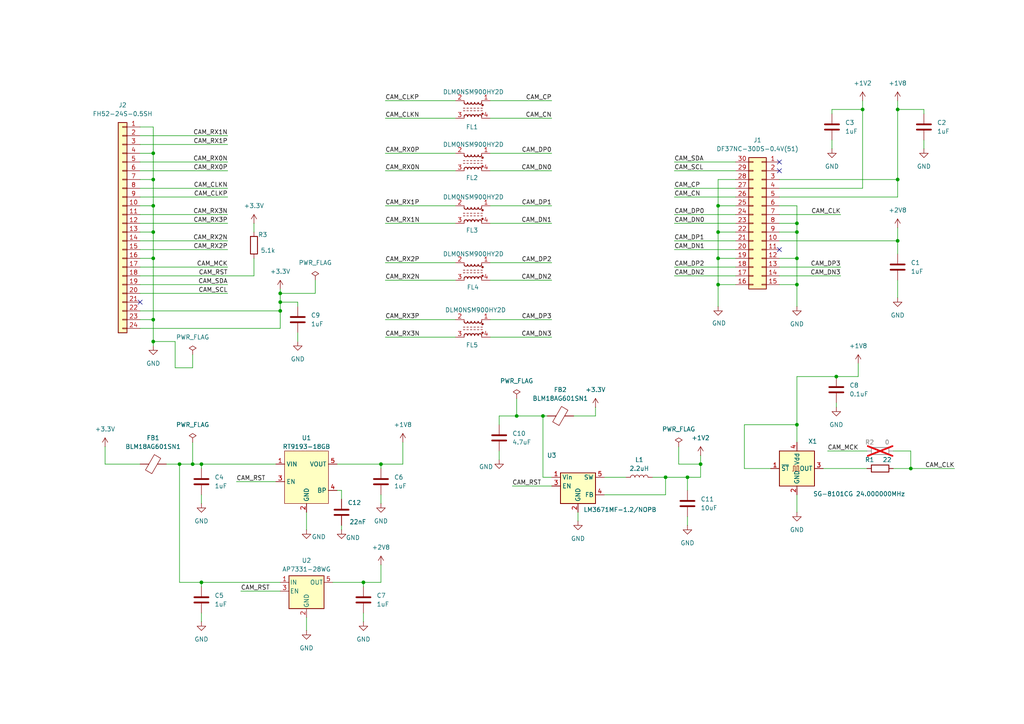
<source format=kicad_sch>
(kicad_sch (version 20250114) (generator "eeschema") (generator_version "9.0")
  (paper "A4")
  (lib_symbols
    (symbol "Connector_Generic:Conn_01x24" (pin_names (offset 1.016) (hide yes))
      (property "Reference" "J" (at 0 30.48 0))
      (property "Value" "Conn_01x24" (at 0 -33.02 0))
      (symbol "Conn_01x24_1_1"
        (rectangle (start -1.27 29.21) (end 1.27 -31.75) (stroke (width 0.254)) (fill (type background)))
        (rectangle (start -1.27 28.067) (end 0 27.813) (stroke (width 0.1524)))
        (rectangle (start -1.27 25.527) (end 0 25.273) (stroke (width 0.1524)))
        (rectangle (start -1.27 22.987) (end 0 22.733) (stroke (width 0.1524)))
        (rectangle (start -1.27 20.447) (end 0 20.193) (stroke (width 0.1524)))
        (rectangle (start -1.27 17.907) (end 0 17.653) (stroke (width 0.1524)))
        (rectangle (start -1.27 15.367) (end 0 15.113) (stroke (width 0.1524)))
        (rectangle (start -1.27 12.827) (end 0 12.573) (stroke (width 0.1524)))
        (rectangle (start -1.27 10.287) (end 0 10.033) (stroke (width 0.1524)))
        (rectangle (start -1.27 7.747) (end 0 7.493) (stroke (width 0.1524)))
        (rectangle (start -1.27 5.207) (end 0 4.953) (stroke (width 0.1524)))
        (rectangle (start -1.27 2.667) (end 0 2.413) (stroke (width 0.1524)))
        (rectangle (start -1.27 0.127) (end 0 -0.127) (stroke (width 0.1524)))
        (rectangle (start -1.27 -2.413) (end 0 -2.667) (stroke (width 0.1524)))
        (rectangle (start -1.27 -4.953) (end 0 -5.207) (stroke (width 0.1524)))
        (rectangle (start -1.27 -7.493) (end 0 -7.747) (stroke (width 0.1524)))
        (rectangle (start -1.27 -10.033) (end 0 -10.287) (stroke (width 0.1524)))
        (rectangle (start -1.27 -12.573) (end 0 -12.827) (stroke (width 0.1524)))
        (rectangle (start -1.27 -15.113) (end 0 -15.367) (stroke (width 0.1524)))
        (rectangle (start -1.27 -17.653) (end 0 -17.907) (stroke (width 0.1524)))
        (rectangle (start -1.27 -20.193) (end 0 -20.447) (stroke (width 0.1524)))
        (rectangle (start -1.27 -22.733) (end 0 -22.987) (stroke (width 0.1524)))
        (rectangle (start -1.27 -25.273) (end 0 -25.527) (stroke (width 0.1524)))
        (rectangle (start -1.27 -27.813) (end 0 -28.067) (stroke (width 0.1524)))
        (rectangle (start -1.27 -30.353) (end 0 -30.607) (stroke (width 0.1524)))
        (pin passive line (at -5.08 27.94 0) (length 3.81) (name "Pin_1") (number "1"))
        (pin passive line (at -5.08 25.4 0) (length 3.81) (name "Pin_2") (number "2"))
        (pin passive line (at -5.08 22.86 0) (length 3.81) (name "Pin_3") (number "3"))
        (pin passive line (at -5.08 20.32 0) (length 3.81) (name "Pin_4") (number "4"))
        (pin passive line (at -5.08 17.78 0) (length 3.81) (name "Pin_5") (number "5"))
        (pin passive line (at -5.08 15.24 0) (length 3.81) (name "Pin_6") (number "6"))
        (pin passive line (at -5.08 12.7 0) (length 3.81) (name "Pin_7") (number "7"))
        (pin passive line (at -5.08 10.16 0) (length 3.81) (name "Pin_8") (number "8"))
        (pin passive line (at -5.08 7.62 0) (length 3.81) (name "Pin_9") (number "9"))
        (pin passive line (at -5.08 5.08 0) (length 3.81) (name "Pin_10") (number "10"))
        (pin passive line (at -5.08 2.54 0) (length 3.81) (name "Pin_11") (number "11"))
        (pin passive line (at -5.08 0 0) (length 3.81) (name "Pin_12") (number "12"))
        (pin passive line (at -5.08 -2.54 0) (length 3.81) (name "Pin_13") (number "13"))
        (pin passive line (at -5.08 -5.08 0) (length 3.81) (name "Pin_14") (number "14"))
        (pin passive line (at -5.08 -7.62 0) (length 3.81) (name "Pin_15") (number "15"))
        (pin passive line (at -5.08 -10.16 0) (length 3.81) (name "Pin_16") (number "16"))
        (pin passive line (at -5.08 -12.7 0) (length 3.81) (name "Pin_17") (number "17"))
        (pin passive line (at -5.08 -15.24 0) (length 3.81) (name "Pin_18") (number "18"))
        (pin passive line (at -5.08 -17.78 0) (length 3.81) (name "Pin_19") (number "19"))
        (pin passive line (at -5.08 -20.32 0) (length 3.81) (name "Pin_20") (number "20"))
        (pin passive line (at -5.08 -22.86 0) (length 3.81) (name "Pin_21") (number "21"))
        (pin passive line (at -5.08 -25.4 0) (length 3.81) (name "Pin_22") (number "22"))
        (pin passive line (at -5.08 -27.94 0) (length 3.81) (name "Pin_23") (number "23"))
        (pin passive line (at -5.08 -30.48 0) (length 3.81) (name "Pin_24") (number "24"))
      )
    )
    (symbol "Connector_Generic:Conn_02x15_Counter_Clockwise" (pin_names (offset 1.016) (hide yes))
      (property "Reference" "J" (at 1.27 20.32 0))
      (property "Value" "Conn_02x15_Counter_Clockwise" (at 1.27 -20.32 0))
      (symbol "Conn_02x15_Counter_Clockwise_1_1"
        (rectangle (start -1.27 19.05) (end 3.81 -19.05) (stroke (width 0.254)) (fill (type background)))
        (rectangle (start -1.27 17.907) (end 0 17.653) (stroke (width 0.1524)))
        (rectangle (start -1.27 15.367) (end 0 15.113) (stroke (width 0.1524)))
        (rectangle (start -1.27 12.827) (end 0 12.573) (stroke (width 0.1524)))
        (rectangle (start -1.27 10.287) (end 0 10.033) (stroke (width 0.1524)))
        (rectangle (start -1.27 7.747) (end 0 7.493) (stroke (width 0.1524)))
        (rectangle (start -1.27 5.207) (end 0 4.953) (stroke (width 0.1524)))
        (rectangle (start -1.27 2.667) (end 0 2.413) (stroke (width 0.1524)))
        (rectangle (start -1.27 0.127) (end 0 -0.127) (stroke (width 0.1524)))
        (rectangle (start -1.27 -2.413) (end 0 -2.667) (stroke (width 0.1524)))
        (rectangle (start -1.27 -4.953) (end 0 -5.207) (stroke (width 0.1524)))
        (rectangle (start -1.27 -7.493) (end 0 -7.747) (stroke (width 0.1524)))
        (rectangle (start -1.27 -10.033) (end 0 -10.287) (stroke (width 0.1524)))
        (rectangle (start -1.27 -12.573) (end 0 -12.827) (stroke (width 0.1524)))
        (rectangle (start -1.27 -15.113) (end 0 -15.367) (stroke (width 0.1524)))
        (rectangle (start -1.27 -17.653) (end 0 -17.907) (stroke (width 0.1524)))
        (rectangle (start 3.81 17.907) (end 2.54 17.653) (stroke (width 0.1524)))
        (rectangle (start 3.81 15.367) (end 2.54 15.113) (stroke (width 0.1524)))
        (rectangle (start 3.81 12.827) (end 2.54 12.573) (stroke (width 0.1524)))
        (rectangle (start 3.81 10.287) (end 2.54 10.033) (stroke (width 0.1524)))
        (rectangle (start 3.81 7.747) (end 2.54 7.493) (stroke (width 0.1524)))
        (rectangle (start 3.81 5.207) (end 2.54 4.953) (stroke (width 0.1524)))
        (rectangle (start 3.81 2.667) (end 2.54 2.413) (stroke (width 0.1524)))
        (rectangle (start 3.81 0.127) (end 2.54 -0.127) (stroke (width 0.1524)))
        (rectangle (start 3.81 -2.413) (end 2.54 -2.667) (stroke (width 0.1524)))
        (rectangle (start 3.81 -4.953) (end 2.54 -5.207) (stroke (width 0.1524)))
        (rectangle (start 3.81 -7.493) (end 2.54 -7.747) (stroke (width 0.1524)))
        (rectangle (start 3.81 -10.033) (end 2.54 -10.287) (stroke (width 0.1524)))
        (rectangle (start 3.81 -12.573) (end 2.54 -12.827) (stroke (width 0.1524)))
        (rectangle (start 3.81 -15.113) (end 2.54 -15.367) (stroke (width 0.1524)))
        (rectangle (start 3.81 -17.653) (end 2.54 -17.907) (stroke (width 0.1524)))
        (pin passive line (at -5.08 17.78 0) (length 3.81) (name "Pin_1") (number "1"))
        (pin passive line (at -5.08 15.24 0) (length 3.81) (name "Pin_2") (number "2"))
        (pin passive line (at -5.08 12.7 0) (length 3.81) (name "Pin_3") (number "3"))
        (pin passive line (at -5.08 10.16 0) (length 3.81) (name "Pin_4") (number "4"))
        (pin passive line (at -5.08 7.62 0) (length 3.81) (name "Pin_5") (number "5"))
        (pin passive line (at -5.08 5.08 0) (length 3.81) (name "Pin_6") (number "6"))
        (pin passive line (at -5.08 2.54 0) (length 3.81) (name "Pin_7") (number "7"))
        (pin passive line (at -5.08 0 0) (length 3.81) (name "Pin_8") (number "8"))
        (pin passive line (at -5.08 -2.54 0) (length 3.81) (name "Pin_9") (number "9"))
        (pin passive line (at -5.08 -5.08 0) (length 3.81) (name "Pin_10") (number "10"))
        (pin passive line (at -5.08 -7.62 0) (length 3.81) (name "Pin_11") (number "11"))
        (pin passive line (at -5.08 -10.16 0) (length 3.81) (name "Pin_12") (number "12"))
        (pin passive line (at -5.08 -12.7 0) (length 3.81) (name "Pin_13") (number "13"))
        (pin passive line (at -5.08 -15.24 0) (length 3.81) (name "Pin_14") (number "14"))
        (pin passive line (at -5.08 -17.78 0) (length 3.81) (name "Pin_15") (number "15"))
        (pin passive line (at 7.62 17.78 180) (length 3.81) (name "Pin_30") (number "30"))
        (pin passive line (at 7.62 15.24 180) (length 3.81) (name "Pin_29") (number "29"))
        (pin passive line (at 7.62 12.7 180) (length 3.81) (name "Pin_28") (number "28"))
        (pin passive line (at 7.62 10.16 180) (length 3.81) (name "Pin_27") (number "27"))
        (pin passive line (at 7.62 7.62 180) (length 3.81) (name "Pin_26") (number "26"))
        (pin passive line (at 7.62 5.08 180) (length 3.81) (name "Pin_25") (number "25"))
        (pin passive line (at 7.62 2.54 180) (length 3.81) (name "Pin_24") (number "24"))
        (pin passive line (at 7.62 0 180) (length 3.81) (name "Pin_23") (number "23"))
        (pin passive line (at 7.62 -2.54 180) (length 3.81) (name "Pin_22") (number "22"))
        (pin passive line (at 7.62 -5.08 180) (length 3.81) (name "Pin_21") (number "21"))
        (pin passive line (at 7.62 -7.62 180) (length 3.81) (name "Pin_20") (number "20"))
        (pin passive line (at 7.62 -10.16 180) (length 3.81) (name "Pin_19") (number "19"))
        (pin passive line (at 7.62 -12.7 180) (length 3.81) (name "Pin_18") (number "18"))
        (pin passive line (at 7.62 -15.24 180) (length 3.81) (name "Pin_17") (number "17"))
        (pin passive line (at 7.62 -17.78 180) (length 3.81) (name "Pin_16") (number "16"))
      )
    )
    (symbol "Device:C" (pin_numbers (hide yes)) (pin_names (offset 0.254))
      (property "Reference" "C" (at 0.635 2.54 0))
      (property "Value" "C" (at 0.635 -2.54 0))
      (symbol "C_0_1"
        (polyline (pts (xy -2.032 0.762) (xy 2.032 0.762)) (stroke (width 0.508)))
        (polyline (pts (xy -2.032 -0.762) (xy 2.032 -0.762)) (stroke (width 0.508)))
      )
      (symbol "C_1_1"
        (pin passive line (at 0 3.81 270) (length 2.794) (name "~") (number "1"))
        (pin passive line (at 0 -3.81 90) (length 2.794) (name "~") (number "2"))
      )
    )
    (symbol "Device:FerriteBead" (pin_numbers (hide yes)) (pin_names (offset 0))
      (property "Reference" "FB" (at -3.81 0.635 90))
      (property "Value" "FerriteBead" (at 3.81 0 90))
      (symbol "FerriteBead_0_1"
        (polyline (pts (xy -2.7686 0.4064) (xy -1.7018 2.2606) (xy 2.7686 -0.3048) (xy 1.6764 -2.159) (xy -2.7686 0.4064)))
        (polyline (pts (xy 0 1.27) (xy 0 1.2954)))
        (polyline (pts (xy 0 -1.27) (xy 0 -1.2192)))
      )
      (symbol "FerriteBead_1_1"
        (pin passive line (at 0 3.81 270) (length 2.54) (name "~") (number "1"))
        (pin passive line (at 0 -3.81 90) (length 2.54) (name "~") (number "2"))
      )
    )
    (symbol "Device:L" (pin_numbers (hide yes)) (pin_names (offset 1.016) (hide yes))
      (property "Reference" "L" (at -1.27 0 90))
      (property "Value" "L" (at 1.905 0 90))
      (symbol "L_0_1"
        (arc (start 0 2.54) (mid 0.6323 1.905) (end 0 1.27))
        (arc (start 0 1.27) (mid 0.6323 0.635) (end 0 0))
        (arc (start 0 0) (mid 0.6323 -0.635) (end 0 -1.27))
        (arc (start 0 -1.27) (mid 0.6323 -1.905) (end 0 -2.54))
      )
      (symbol "L_1_1"
        (pin passive line (at 0 3.81 270) (length 1.27) (name "1") (number "1"))
        (pin passive line (at 0 -3.81 90) (length 1.27) (name "2") (number "2"))
      )
    )
    (symbol "Device:R" (pin_numbers (hide yes)) (pin_names (offset 0))
      (property "Reference" "R" (at 2.032 0 90))
      (property "Value" "R" (at 0 0 90))
      (symbol "R_0_1"
        (rectangle (start -1.016 -2.54) (end 1.016 2.54) (stroke (width 0.254)))
      )
      (symbol "R_1_1"
        (pin passive line (at 0 3.81 270) (length 1.27) (name "~") (number "1"))
        (pin passive line (at 0 -3.81 90) (length 1.27) (name "~") (number "2"))
      )
    )
    (symbol "Filter:Choke_CommonMode_FerriteCore_1243" (pin_names (offset 0.254) (hide yes))
      (property "Reference" "FL" (at 0 4.445 0))
      (property "Value" "Choke_CommonMode_FerriteCore_1243" (at 0 -4.445 0))
      (symbol "Choke_CommonMode_FerriteCore_1243_0_1"
        (circle (center -2.794 1.27) (radius 0.254) (fill (type outline)))
        (polyline (pts (xy -2.794 0.381) (xy -2.286 0.381)))
        (polyline (pts (xy -2.794 -0.381) (xy -2.286 -0.381)))
        (circle (center -2.794 -1.27) (radius 0.254) (fill (type outline)))
        (polyline (pts (xy -2.54 2.032) (xy -2.54 2.54)))
        (polyline (pts (xy -2.54 -2.032) (xy -2.54 -2.54)))
        (arc (start -1.524 2.032) (mid -2.032 1.5262) (end -2.54 2.032) (stroke (width 0.254)))
        (arc (start -2.54 -2.032) (mid -2.032 -1.5262) (end -1.524 -2.032) (stroke (width 0.254)))
        (polyline (pts (xy -1.778 0.381) (xy -1.27 0.381)))
        (polyline (pts (xy -1.778 -0.381) (xy -1.27 -0.381)))
        (arc (start -0.508 2.032) (mid -1.016 1.5262) (end -1.524 2.032) (stroke (width 0.254)))
        (arc (start -1.524 -2.032) (mid -1.016 -1.5262) (end -0.508 -2.032) (stroke (width 0.254)))
        (polyline (pts (xy -0.762 0.381) (xy -0.254 0.381)))
        (polyline (pts (xy -0.762 -0.381) (xy -0.254 -0.381)))
        (arc (start 0.508 2.032) (mid 0 1.5262) (end -0.508 2.032) (stroke (width 0.254)))
        (arc (start -0.508 -2.032) (mid 0 -1.5262) (end 0.508 -2.032) (stroke (width 0.254)))
        (polyline (pts (xy 0.254 0.381) (xy 0.762 0.381)))
        (polyline (pts (xy 0.254 -0.381) (xy 0.762 -0.381)))
        (arc (start 1.524 2.032) (mid 1.016 1.5262) (end 0.508 2.032) (stroke (width 0.254)))
        (arc (start 0.508 -2.032) (mid 1.016 -1.5262) (end 1.524 -2.032) (stroke (width 0.254)))
        (polyline (pts (xy 1.27 0.381) (xy 1.778 0.381)))
        (polyline (pts (xy 1.27 -0.381) (xy 1.778 -0.381)))
        (arc (start 2.54 2.032) (mid 2.032 1.5262) (end 1.524 2.032) (stroke (width 0.254)))
        (arc (start 1.524 -2.032) (mid 2.032 -1.5262) (end 2.54 -2.032) (stroke (width 0.254)))
        (polyline (pts (xy 2.286 0.381) (xy 2.794 0.381)))
        (polyline (pts (xy 2.286 -0.381) (xy 2.794 -0.381)))
        (polyline (pts (xy 2.54 2.54) (xy 2.54 2.032)))
        (polyline (pts (xy 2.54 -2.032) (xy 2.54 -2.54)))
      )
      (symbol "Choke_CommonMode_FerriteCore_1243_1_1"
        (pin passive line (at -5.08 2.54 0) (length 2.54) (name "1") (number "1"))
        (pin passive line (at -5.08 -2.54 0) (length 2.54) (name "4") (number "4"))
        (pin passive line (at 5.08 2.54 180) (length 2.54) (name "2") (number "2"))
        (pin passive line (at 5.08 -2.54 180) (length 2.54) (name "3") (number "3"))
      )
    )
    (symbol "Oscillator:SiT8008xx-1x-xxS"
      (property "Reference" "Y" (at 4.064 8.89 0))
      (property "Value" "SiT8008xx-1x-xxS" (at 12.446 6.858 0))
      (symbol "SiT8008xx-1x-xxS_0_1"
        (rectangle (start -5.08 5.08) (end 5.08 -5.08) (stroke (width 0.254)) (fill (type background)))
        (polyline (pts (xy -1.27 -0.762) (xy -1.016 -0.762) (xy -1.016 0.762) (xy -0.508 0.762) (xy -0.508 -0.762) (xy 0 -0.762) (xy 0 0.762) (xy 0.508 0.762) (xy 0.508 -0.762) (xy 0.762 -0.762)))
      )
      (symbol "SiT8008xx-1x-xxS_1_1"
        (pin input line (at -7.62 0 0) (length 2.54) (name "~{ST}") (number "1"))
        (pin power_in line (at 0 7.62 270) (length 2.54) (name "Vdd") (number "4"))
        (pin power_in line (at 0 -7.62 90) (length 2.54) (name "GND") (number "2"))
        (pin output line (at 7.62 0 180) (length 2.54) (name "OUT") (number "3"))
      )
    )
    (symbol "Regulator_Linear:TLV70228_SOT23-5" (pin_names (offset 0.254))
      (property "Reference" "U" (at -3.81 5.715 0))
      (property "Value" "TLV70228_SOT23-5" (at 0 5.715 0))
      (symbol "TLV70228_SOT23-5_0_1"
        (rectangle (start -5.08 4.445) (end 5.08 -5.08) (stroke (width 0.254)) (fill (type background)))
      )
      (symbol "TLV70228_SOT23-5_1_1"
        (pin power_in line (at -7.62 2.54 0) (length 2.54) (name "IN") (number "1"))
        (pin input line (at -7.62 0 0) (length 2.54) (name "EN") (number "3"))
        (pin power_in line (at 0 -7.62 90) (length 2.54) (name "GND") (number "2"))
        (pin no_connect line (at 5.08 0 180) (length 2.54) (hide yes) (name "NC") (number "4"))
        (pin power_out line (at 7.62 2.54 180) (length 2.54) (name "OUT") (number "5"))
      )
    )
    (symbol "Regulator_Switching:LM3670MF"
      (property "Reference" "U" (at -5.08 5.08 0))
      (property "Value" "LM3670MF" (at 0 5.08 0))
      (symbol "LM3670MF_0_1"
        (rectangle (start -5.08 3.81) (end 5.08 -5.08) (stroke (width 0.254)) (fill (type background)))
      )
      (symbol "LM3670MF_1_1"
        (pin power_in line (at -7.62 2.54 0) (length 2.54) (name "Vin") (number "1"))
        (pin input line (at -7.62 0 0) (length 2.54) (name "EN") (number "3"))
        (pin power_in line (at 0 -7.62 90) (length 2.54) (name "GND") (number "2"))
        (pin input line (at 7.62 2.54 180) (length 2.54) (name "SW") (number "5"))
        (pin input line (at 7.62 -2.54 180) (length 2.54) (name "FB") (number "4"))
      )
    )
    (symbol "imx219_mipi24:RT9193"
      (property "Reference" "U" (at -3.81 9.144 0))
      (symbol "RT9193_1_1"
        (rectangle (start -6.35 7.62) (end 6.35 -7.62) (fill (type background)))
        (pin power_in line (at -8.89 3.81 0) (length 2.54) (name "VIN") (number "1"))
        (pin input line (at -8.89 -1.27 0) (length 2.54) (name "EN") (number "3"))
        (pin power_in line (at 0 -10.16 90) (length 2.54) (name "GND") (number "2"))
        (pin power_out line (at 8.89 3.81 180) (length 2.54) (name "VOUT") (number "5"))
        (pin input line (at 8.89 -3.81 180) (length 2.54) (name "BP") (number "4"))
      )
    )
    (symbol "power:+1V2" (power) (pin_numbers (hide yes)) (pin_names (offset 0) (hide yes))
      (property "Value" "+1V2" (at 0 3.556 0))
      (symbol "+1V2_0_1"
        (polyline (pts (xy -0.762 1.27) (xy 0 2.54)))
        (polyline (pts (xy 0 2.54) (xy 0.762 1.27)))
        (polyline (pts (xy 0 0) (xy 0 2.54)))
      )
      (symbol "+1V2_1_1"
        (pin power_in line (at 0 0 90) (length 0) (name "~") (number "1"))
      )
    )
    (symbol "power:+1V8" (power) (pin_numbers (hide yes)) (pin_names (offset 0) (hide yes))
      (property "Value" "+1V8" (at 0 3.556 0))
      (symbol "+1V8_0_1"
        (polyline (pts (xy -0.762 1.27) (xy 0 2.54)))
        (polyline (pts (xy 0 2.54) (xy 0.762 1.27)))
        (polyline (pts (xy 0 0) (xy 0 2.54)))
      )
      (symbol "+1V8_1_1"
        (pin power_in line (at 0 0 90) (length 0) (name "~") (number "1"))
      )
    )
    (symbol "power:+2V8" (power) (pin_numbers (hide yes)) (pin_names (offset 0) (hide yes))
      (property "Value" "+2V8" (at 0 3.556 0))
      (symbol "+2V8_0_1"
        (polyline (pts (xy -0.762 1.27) (xy 0 2.54)))
        (polyline (pts (xy 0 2.54) (xy 0.762 1.27)))
        (polyline (pts (xy 0 0) (xy 0 2.54)))
      )
      (symbol "+2V8_1_1"
        (pin power_in line (at 0 0 90) (length 0) (name "~") (number "1"))
      )
    )
    (symbol "power:+3.3V" (power) (pin_numbers (hide yes)) (pin_names (offset 0) (hide yes))
      (property "Value" "+3.3V" (at 0 3.556 0))
      (symbol "+3.3V_0_1"
        (polyline (pts (xy -0.762 1.27) (xy 0 2.54)))
        (polyline (pts (xy 0 2.54) (xy 0.762 1.27)))
        (polyline (pts (xy 0 0) (xy 0 2.54)))
      )
      (symbol "+3.3V_1_1"
        (pin power_in line (at 0 0 90) (length 0) (name "~") (number "1"))
      )
    )
    (symbol "power:GND" (power) (pin_numbers (hide yes)) (pin_names (offset 0) (hide yes))
      (property "Value" "GND" (at 0 -3.81 0))
      (symbol "GND_0_1"
        (polyline (pts (xy 0 0) (xy 0 -1.27) (xy 1.27 -1.27) (xy 0 -2.54) (xy -1.27 -1.27) (xy 0 -1.27)))
      )
      (symbol "GND_1_1"
        (pin power_in line (at 0 0 270) (length 0) (name "~") (number "1"))
      )
    )
    (symbol "power:PWR_FLAG" (power) (pin_numbers (hide yes)) (pin_names (offset 0) (hide yes))
      (property "Value" "PWR_FLAG" (at 0 3.81 0))
      (symbol "PWR_FLAG_0_0"
        (pin power_out line (at 0 0 90) (length 0) (name "~") (number "1"))
      )
      (symbol "PWR_FLAG_0_1"
        (polyline (pts (xy 0 0) (xy 0 1.27) (xy -1.016 1.905) (xy 0 2.54) (xy 1.016 1.905) (xy 0 1.27)))
      )
    )
  )
  (junction (at 193.04 138.43))
  (junction (at 44.45 59.69))
  (junction (at 44.45 67.31))
  (junction (at 260.35 31.75))
  (junction (at 58.42 134.62))
  (junction (at 260.35 69.85))
  (junction (at 260.35 52.07))
  (junction (at 81.28 90.17))
  (junction (at 231.14 64.77))
  (junction (at 81.28 87.63))
  (junction (at 81.28 85.09))
  (junction (at 231.14 82.55))
  (junction (at 208.28 67.31))
  (junction (at 110.49 134.62))
  (junction (at 52.07 134.62))
  (junction (at 55.88 134.62))
  (junction (at 231.14 123.19))
  (junction (at 208.28 82.55))
  (junction (at 231.14 74.93))
  (junction (at 208.28 74.93))
  (junction (at 105.41 168.91))
  (junction (at 44.45 44.45))
  (junction (at 208.28 59.69))
  (junction (at 242.57 109.22))
  (junction (at 231.14 67.31))
  (junction (at 44.45 52.07))
  (junction (at 203.2 134.62))
  (junction (at 157.48 120.65))
  (junction (at 44.45 92.71))
  (junction (at 250.19 31.75))
  (junction (at 44.45 74.93))
  (junction (at 199.39 138.43))
  (junction (at 44.45 99.06))
  (junction (at 149.86 120.65))
  (junction (at 264.16 135.89))
  (junction (at 58.42 168.91))
  (no_connect (at 226.06 72.39))
  (no_connect (at 40.64 87.63))
  (no_connect (at 226.06 46.99))
  (no_connect (at 226.06 49.53))
  (wire (pts (xy 208.28 74.93) (xy 213.36 74.93)))
  (wire (pts (xy 226.06 74.93) (xy 231.14 74.93)))
  (wire (pts (xy 193.04 138.43) (xy 193.04 143.51)))
  (wire (pts (xy 208.28 59.69) (xy 213.36 59.69)))
  (wire (pts (xy 110.49 143.51) (xy 110.49 146.05)))
  (wire (pts (xy 213.36 52.07) (xy 208.28 52.07)))
  (wire (pts (xy 44.45 36.83) (xy 44.45 44.45)))
  (wire (pts (xy 260.35 69.85) (xy 260.35 66.04)))
  (wire (pts (xy 40.64 67.31) (xy 44.45 67.31)))
  (wire (pts (xy 40.64 46.99) (xy 66.04 46.99)))
  (wire (pts (xy 208.28 67.31) (xy 213.36 67.31)))
  (wire (pts (xy 58.42 135.89) (xy 58.42 134.62)))
  (wire (pts (xy 40.64 36.83) (xy 44.45 36.83)))
  (wire (pts (xy 193.04 138.43) (xy 199.39 138.43)))
  (wire (pts (xy 44.45 99.06) (xy 50.8 99.06)))
  (wire (pts (xy 40.64 134.62) (xy 30.48 134.62)))
  (wire (pts (xy 105.41 170.18) (xy 105.41 168.91)))
  (wire (pts (xy 58.42 143.51) (xy 58.42 146.05)))
  (wire (pts (xy 40.64 62.23) (xy 66.04 62.23)))
  (wire (pts (xy 160.02 76.2) (xy 142.24 76.2)))
  (wire (pts (xy 160.02 97.79) (xy 142.24 97.79)))
  (wire (pts (xy 111.76 44.45) (xy 132.08 44.45)))
  (wire (pts (xy 242.57 116.84) (xy 242.57 118.11)))
  (wire (pts (xy 44.45 99.06) (xy 44.45 100.33)))
  (wire (pts (xy 40.64 41.91) (xy 66.04 41.91)))
  (wire (pts (xy 264.16 130.81) (xy 264.16 135.89)))
  (wire (pts (xy 40.64 44.45) (xy 44.45 44.45)))
  (wire (pts (xy 260.35 52.07) (xy 260.35 31.75)))
  (wire (pts (xy 48.26 134.62) (xy 52.07 134.62)))
  (wire (pts (xy 260.35 57.15) (xy 260.35 52.07)))
  (wire (pts (xy 55.88 128.27) (xy 55.88 134.62)))
  (wire (pts (xy 44.45 67.31) (xy 44.45 74.93)))
  (wire (pts (xy 88.9 148.59) (xy 88.9 153.67)))
  (wire (pts (xy 193.04 138.43) (xy 189.23 138.43)))
  (wire (pts (xy 105.41 177.8) (xy 105.41 180.34)))
  (wire (pts (xy 40.64 54.61) (xy 66.04 54.61)))
  (wire (pts (xy 267.97 40.64) (xy 267.97 43.18)))
  (wire (pts (xy 40.64 59.69) (xy 44.45 59.69)))
  (wire (pts (xy 68.58 139.7) (xy 80.01 139.7)))
  (wire (pts (xy 238.76 135.89) (xy 251.46 135.89)))
  (wire (pts (xy 226.06 67.31) (xy 231.14 67.31)))
  (wire (pts (xy 157.48 120.65) (xy 149.86 120.65)))
  (wire (pts (xy 260.35 31.75) (xy 260.35 29.21)))
  (wire (pts (xy 195.58 77.47) (xy 213.36 77.47)))
  (wire (pts (xy 248.92 105.41) (xy 248.92 109.22)))
  (wire (pts (xy 58.42 168.91) (xy 52.07 168.91)))
  (wire (pts (xy 40.64 72.39) (xy 66.04 72.39)))
  (wire (pts (xy 105.41 168.91) (xy 110.49 168.91)))
  (wire (pts (xy 52.07 168.91) (xy 52.07 134.62)))
  (wire (pts (xy 160.02 29.21) (xy 142.24 29.21)))
  (wire (pts (xy 175.26 143.51) (xy 193.04 143.51)))
  (wire (pts (xy 226.06 52.07) (xy 260.35 52.07)))
  (wire (pts (xy 44.45 74.93) (xy 44.45 92.71)))
  (wire (pts (xy 264.16 135.89) (xy 259.08 135.89)))
  (wire (pts (xy 81.28 168.91) (xy 58.42 168.91)))
  (wire (pts (xy 132.08 76.2) (xy 111.76 76.2)))
  (wire (pts (xy 132.08 81.28) (xy 111.76 81.28)))
  (wire (pts (xy 55.88 134.62) (xy 58.42 134.62)))
  (wire (pts (xy 110.49 163.83) (xy 110.49 168.91)))
  (wire (pts (xy 241.3 40.64) (xy 241.3 43.18)))
  (wire (pts (xy 243.84 80.01) (xy 226.06 80.01)))
  (wire (pts (xy 44.45 92.71) (xy 44.45 99.06)))
  (wire (pts (xy 110.49 134.62) (xy 116.84 134.62)))
  (wire (pts (xy 260.35 31.75) (xy 267.97 31.75)))
  (wire (pts (xy 160.02 138.43) (xy 157.48 138.43)))
  (wire (pts (xy 97.79 142.24) (xy 99.06 142.24)))
  (wire (pts (xy 208.28 82.55) (xy 213.36 82.55)))
  (wire (pts (xy 226.06 59.69) (xy 231.14 59.69)))
  (wire (pts (xy 40.64 69.85) (xy 66.04 69.85)))
  (wire (pts (xy 195.58 57.15) (xy 213.36 57.15)))
  (wire (pts (xy 243.84 62.23) (xy 226.06 62.23)))
  (wire (pts (xy 231.14 59.69) (xy 231.14 64.77)))
  (wire (pts (xy 50.8 106.68) (xy 50.8 99.06)))
  (wire (pts (xy 199.39 149.86) (xy 199.39 152.4)))
  (wire (pts (xy 44.45 59.69) (xy 44.45 67.31)))
  (wire (pts (xy 199.39 138.43) (xy 199.39 142.24)))
  (wire (pts (xy 250.19 31.75) (xy 250.19 54.61)))
  (wire (pts (xy 40.64 92.71) (xy 44.45 92.71)))
  (wire (pts (xy 166.37 120.65) (xy 172.72 120.65)))
  (wire (pts (xy 81.28 87.63) (xy 81.28 85.09)))
  (wire (pts (xy 58.42 134.62) (xy 80.01 134.62)))
  (wire (pts (xy 44.45 44.45) (xy 44.45 52.07)))
  (wire (pts (xy 195.58 72.39) (xy 213.36 72.39)))
  (wire (pts (xy 55.88 106.68) (xy 50.8 106.68)))
  (wire (pts (xy 208.28 67.31) (xy 208.28 74.93)))
  (wire (pts (xy 132.08 92.71) (xy 111.76 92.71)))
  (wire (pts (xy 40.64 74.93) (xy 44.45 74.93)))
  (wire (pts (xy 203.2 132.08) (xy 203.2 134.62)))
  (wire (pts (xy 160.02 59.69) (xy 142.24 59.69)))
  (wire (pts (xy 215.9 123.19) (xy 231.14 123.19)))
  (wire (pts (xy 267.97 31.75) (xy 267.97 33.02)))
  (wire (pts (xy 40.64 85.09) (xy 66.04 85.09)))
  (wire (pts (xy 69.85 171.45) (xy 81.28 171.45)))
  (wire (pts (xy 260.35 69.85) (xy 260.35 73.66)))
  (wire (pts (xy 203.2 134.62) (xy 203.2 138.43)))
  (wire (pts (xy 231.14 123.19) (xy 231.14 128.27)))
  (wire (pts (xy 157.48 120.65) (xy 158.75 120.65)))
  (wire (pts (xy 226.06 69.85) (xy 260.35 69.85)))
  (wire (pts (xy 91.44 85.09) (xy 91.44 81.28)))
  (wire (pts (xy 160.02 34.29) (xy 142.24 34.29)))
  (wire (pts (xy 208.28 82.55) (xy 208.28 88.9)))
  (wire (pts (xy 81.28 87.63) (xy 86.36 87.63)))
  (wire (pts (xy 208.28 52.07) (xy 208.28 59.69)))
  (wire (pts (xy 148.59 140.97) (xy 160.02 140.97)))
  (wire (pts (xy 86.36 96.52) (xy 86.36 99.06)))
  (wire (pts (xy 55.88 106.68) (xy 55.88 102.87)))
  (wire (pts (xy 259.08 130.81) (xy 264.16 130.81)))
  (wire (pts (xy 81.28 95.25) (xy 81.28 90.17)))
  (wire (pts (xy 172.72 120.65) (xy 172.72 118.11)))
  (wire (pts (xy 40.64 90.17) (xy 81.28 90.17)))
  (wire (pts (xy 241.3 31.75) (xy 250.19 31.75)))
  (wire (pts (xy 40.64 80.01) (xy 73.66 80.01)))
  (wire (pts (xy 203.2 134.62) (xy 196.85 134.62)))
  (wire (pts (xy 40.64 77.47) (xy 66.04 77.47)))
  (wire (pts (xy 231.14 82.55) (xy 231.14 88.9)))
  (wire (pts (xy 97.79 134.62) (xy 110.49 134.62)))
  (wire (pts (xy 251.46 130.81) (xy 240.03 130.81)))
  (wire (pts (xy 242.57 109.22) (xy 248.92 109.22)))
  (wire (pts (xy 167.64 148.59) (xy 167.64 151.13)))
  (wire (pts (xy 73.66 74.93) (xy 73.66 80.01)))
  (wire (pts (xy 195.58 80.01) (xy 213.36 80.01)))
  (wire (pts (xy 81.28 90.17) (xy 81.28 87.63)))
  (wire (pts (xy 195.58 64.77) (xy 213.36 64.77)))
  (wire (pts (xy 241.3 33.02) (xy 241.3 31.75)))
  (wire (pts (xy 231.14 67.31) (xy 231.14 74.93)))
  (wire (pts (xy 40.64 57.15) (xy 66.04 57.15)))
  (wire (pts (xy 243.84 77.47) (xy 226.06 77.47)))
  (wire (pts (xy 195.58 49.53) (xy 213.36 49.53)))
  (wire (pts (xy 40.64 82.55) (xy 66.04 82.55)))
  (wire (pts (xy 208.28 59.69) (xy 208.28 67.31)))
  (wire (pts (xy 226.06 64.77) (xy 231.14 64.77)))
  (wire (pts (xy 88.9 179.07) (xy 88.9 182.88)))
  (wire (pts (xy 160.02 44.45) (xy 142.24 44.45)))
  (wire (pts (xy 40.64 52.07) (xy 44.45 52.07)))
  (wire (pts (xy 226.06 57.15) (xy 260.35 57.15)))
  (wire (pts (xy 132.08 64.77) (xy 111.76 64.77)))
  (wire (pts (xy 195.58 46.99) (xy 213.36 46.99)))
  (wire (pts (xy 116.84 128.27) (xy 116.84 134.62)))
  (wire (pts (xy 208.28 74.93) (xy 208.28 82.55)))
  (wire (pts (xy 215.9 135.89) (xy 215.9 123.19)))
  (wire (pts (xy 44.45 52.07) (xy 44.45 59.69)))
  (wire (pts (xy 195.58 62.23) (xy 213.36 62.23)))
  (wire (pts (xy 226.06 54.61) (xy 250.19 54.61)))
  (wire (pts (xy 160.02 81.28) (xy 142.24 81.28)))
  (wire (pts (xy 144.78 120.65) (xy 144.78 123.19)))
  (wire (pts (xy 40.64 64.77) (xy 66.04 64.77)))
  (wire (pts (xy 157.48 120.65) (xy 157.48 138.43)))
  (wire (pts (xy 132.08 59.69) (xy 111.76 59.69)))
  (wire (pts (xy 260.35 81.28) (xy 260.35 86.36)))
  (wire (pts (xy 52.07 134.62) (xy 55.88 134.62)))
  (wire (pts (xy 196.85 134.62) (xy 196.85 129.54)))
  (wire (pts (xy 40.64 95.25) (xy 81.28 95.25)))
  (wire (pts (xy 144.78 130.81) (xy 144.78 133.35)))
  (wire (pts (xy 160.02 49.53) (xy 142.24 49.53)))
  (wire (pts (xy 58.42 177.8) (xy 58.42 180.34)))
  (wire (pts (xy 195.58 54.61) (xy 213.36 54.61)))
  (wire (pts (xy 58.42 168.91) (xy 58.42 170.18)))
  (wire (pts (xy 132.08 97.79) (xy 111.76 97.79)))
  (wire (pts (xy 231.14 109.22) (xy 231.14 123.19)))
  (wire (pts (xy 226.06 82.55) (xy 231.14 82.55)))
  (wire (pts (xy 132.08 34.29) (xy 111.76 34.29)))
  (wire (pts (xy 96.52 168.91) (xy 105.41 168.91)))
  (wire (pts (xy 250.19 29.21) (xy 250.19 31.75)))
  (wire (pts (xy 231.14 74.93) (xy 231.14 82.55)))
  (wire (pts (xy 132.08 49.53) (xy 111.76 49.53)))
  (wire (pts (xy 132.08 29.21) (xy 111.76 29.21)))
  (wire (pts (xy 40.64 49.53) (xy 66.04 49.53)))
  (wire (pts (xy 81.28 85.09) (xy 81.28 83.82)))
  (wire (pts (xy 195.58 69.85) (xy 213.36 69.85)))
  (wire (pts (xy 30.48 134.62) (xy 30.48 129.54)))
  (wire (pts (xy 99.06 152.4) (xy 99.06 153.67)))
  (wire (pts (xy 86.36 88.9) (xy 86.36 87.63)))
  (wire (pts (xy 231.14 109.22) (xy 242.57 109.22)))
  (wire (pts (xy 149.86 120.65) (xy 144.78 120.65)))
  (wire (pts (xy 40.64 39.37) (xy 66.04 39.37)))
  (wire (pts (xy 110.49 135.89) (xy 110.49 134.62)))
  (wire (pts (xy 149.86 115.57) (xy 149.86 120.65)))
  (wire (pts (xy 160.02 64.77) (xy 142.24 64.77)))
  (wire (pts (xy 73.66 64.77) (xy 73.66 67.31)))
  (wire (pts (xy 199.39 138.43) (xy 203.2 138.43)))
  (wire (pts (xy 81.28 85.09) (xy 91.44 85.09)))
  (wire (pts (xy 231.14 64.77) (xy 231.14 67.31)))
  (wire (pts (xy 99.06 142.24) (xy 99.06 144.78)))
  (wire (pts (xy 276.86 135.89) (xy 264.16 135.89)))
  (wire (pts (xy 175.26 138.43) (xy 181.61 138.43)))
  (wire (pts (xy 231.14 143.51) (xy 231.14 148.59)))
  (wire (pts (xy 223.52 135.89) (xy 215.9 135.89)))
  (wire (pts (xy 160.02 92.71) (xy 142.24 92.71)))
  (label "CAM_CP" (at 195.58 54.61 0))
  (label "CAM_RX1P" (at 66.04 41.91 180))
  (label "CAM_RX3N" (at 66.04 62.23 180))
  (label "CAM_MCK" (at 66.04 77.47 180))
  (label "CAM_RX3N" (at 111.76 97.79 0))
  (label "CAM_RX2P" (at 66.04 72.39 180))
  (label "CAM_SDA" (at 195.58 46.99 0))
  (label "CAM_SDA" (at 66.04 82.55 180))
  (label "CAM_DP2" (at 160.02 76.2 180))
  (label "CAM_RX1N" (at 111.76 64.77 0))
  (label "CAM_RX3P" (at 111.76 92.71 0))
  (label "CAM_DP2" (at 195.58 77.47 0))
  (label "CAM_DP0" (at 195.58 62.23 0))
  (label "CAM_DN2" (at 160.02 81.28 180))
  (label "CAM_RX1N" (at 66.04 39.37 180))
  (label "CAM_DN3" (at 243.84 80.01 180))
  (label "CAM_CLK" (at 276.86 135.89 180))
  (label "CAM_CN" (at 160.02 34.29 180))
  (label "CAM_DN0" (at 160.02 49.53 180))
  (label "CAM_RST" (at 69.85 171.45 0))
  (label "CAM_DN3" (at 160.02 97.79 180))
  (label "CAM_CLK" (at 243.84 62.23 180))
  (label "CAM_DP1" (at 160.02 59.69 180))
  (label "CAM_DP1" (at 195.58 69.85 0))
  (label "CAM_RX0P" (at 66.04 49.53 180))
  (label "CAM_RST" (at 68.58 139.7 0))
  (label "CAM_DN1" (at 160.02 64.77 180))
  (label "CAM_RX1P" (at 111.76 59.69 0))
  (label "CAM_CLKP" (at 66.04 57.15 180))
  (label "CAM_DN2" (at 195.58 80.01 0))
  (label "CAM_CN" (at 195.58 57.15 0))
  (label "CAM_RST" (at 66.04 80.01 180))
  (label "CAM_CLKP" (at 111.76 29.21 0))
  (label "CAM_DN0" (at 195.58 64.77 0))
  (label "CAM_DP3" (at 160.02 92.71 180))
  (label "CAM_CLKN" (at 111.76 34.29 0))
  (label "CAM_CP" (at 160.02 29.21 180))
  (label "CAM_RX0N" (at 111.76 49.53 0))
  (label "CAM_RX2N" (at 111.76 81.28 0))
  (label "CAM_RX0P" (at 111.76 44.45 0))
  (label "CAM_CLKN" (at 66.04 54.61 180))
  (label "CAM_DP0" (at 160.02 44.45 180))
  (label "CAM_MCK" (at 240.03 130.81 0))
  (label "CAM_RX0N" (at 66.04 46.99 180))
  (label "CAM_RST" (at 148.59 140.97 0))
  (label "CAM_RX2P" (at 111.76 76.2 0))
  (label "CAM_SCL" (at 195.58 49.53 0))
  (label "CAM_DN1" (at 195.58 72.39 0))
  (label "CAM_RX2N" (at 66.04 69.85 180))
  (label "CAM_RX3P" (at 66.04 64.77 180))
  (label "CAM_SCL" (at 66.04 85.09 180))
  (label "CAM_DP3" (at 243.84 77.47 180))
  (symbol (lib_id "power:GND") (at 88.9 182.88 0) (unit 1)
    (property "Reference" "#PWR028" (effects (hide yes)))
    (property "Value" "GND" (at 88.9 187.96 0))
    (property "Description" "Power symbol creates a global label with name \"GND\" , ground" (effects (hide yes)))
  )
  (symbol (lib_id "power:+1V8") (at 260.35 29.21 0) (unit 1)
    (property "Reference" "#PWR06" (effects (hide yes)))
    (property "Value" "+1V8" (at 260.35 24.13 0))
    (property "Description" "Power symbol creates a global label with name \"+1V8\"" (effects (hide yes)))
  )
  (symbol (lib_id "Device:L") (at 185.42 138.43 90) (unit 1)
    (property "Reference" "L1" (at 185.42 133.35 90))
    (property "Value" "2.2uH" (at 185.42 135.89 90))
    (property "Footprint" "Inductor_SMD:L_1008_2520Metric" (effects (hide yes)))
    (property "Description" "Inductor" (effects (hide yes)))
    (property "JLC" "C5832372" (effects (hide yes)))
  )
  (symbol (lib_id "power:+3.3V") (at 81.28 83.82 0) (unit 1)
    (property "Reference" "#PWR04" (effects (hide yes)))
    (property "Value" "+3.3V" (at 81.28 78.74 0))
    (property "Description" "Power symbol creates a global label with name \"+3.3V\"" (effects (hide yes)))
  )
  (symbol (lib_id "Device:C") (at 99.06 148.59 0) (unit 1)
    (property "Reference" "C12" (at 100.838 145.796 0) (effects (justify left)))
    (property "Value" "22nF" (at 101.346 151.384 0) (effects (justify left)))
    (property "Footprint" "Capacitor_SMD:C_0402_1005Metric" (effects (hide yes)))
    (property "Description" "Unpolarized capacitor" (effects (hide yes)))
  )
  (symbol (lib_id "Device:C") (at 58.42 139.7 0) (unit 1)
    (property "Reference" "C4" (at 62.23 138.4299 0) (effects (justify left)))
    (property "Value" "1uF" (at 62.23 140.9699 0) (effects (justify left)))
    (property "Footprint" "Capacitor_SMD:C_0402_1005Metric" (effects (hide yes)))
    (property "Description" "Unpolarized capacitor" (effects (hide yes)))
  )
  (symbol (lib_id "Device:C") (at 105.41 173.99 0) (unit 1)
    (property "Reference" "C7" (at 109.22 172.7199 0) (effects (justify left)))
    (property "Value" "1uF" (at 109.22 175.2599 0) (effects (justify left)))
    (property "Footprint" "Capacitor_SMD:C_0402_1005Metric" (effects (hide yes)))
    (property "Description" "Unpolarized capacitor" (effects (hide yes)))
  )
  (symbol (lib_id "power:GND") (at 242.57 118.11 0) (unit 1)
    (property "Reference" "#PWR019" (effects (hide yes)))
    (property "Value" "GND" (at 242.57 123.19 0))
    (property "Description" "Power symbol creates a global label with name \"GND\" , ground" (effects (hide yes)))
  )
  (symbol (lib_id "Filter:Choke_CommonMode_FerriteCore_1243") (at 137.16 95.25 0) (mirror y) (unit 1)
    (property "Reference" "FL5" (at 136.906 100.076 0))
    (property "Value" "DLM0NSM900HY2D" (at 137.922 89.916 0))
    (property "Footprint" "imx219_mipi24:DLM0NSM900HY2D" (effects (hide yes)))
    (property "Description" "Generic common-mode choke, ferrite core, 1243 pin order" (effects (hide yes)))
    (property "JLC" "C1857796" (effects (hide yes)))
  )
  (symbol (lib_id "power:PWR_FLAG") (at 55.88 102.87 0) (unit 1)
    (property "Reference" "#FLG02" (effects (hide yes)))
    (property "Value" "PWR_FLAG" (at 55.88 97.79 0))
    (property "Description" "Special symbol for telling ERC where power comes from" (effects (hide yes)))
  )
  (symbol (lib_id "Device:FerriteBead") (at 162.56 120.65 90) (unit 1)
    (property "Reference" "FB2" (at 162.5092 113.03 90))
    (property "Value" "BLM18AG601SN1" (at 162.5092 115.57 90))
    (property "Footprint" "Inductor_SMD:L_0603_1608Metric" (effects (hide yes)))
    (property "Description" "Ferrite bead" (effects (hide yes)))
    (property "JLC" "C19330" (effects (hide yes)))
  )
  (symbol (lib_id "power:GND") (at 110.49 146.05 0) (unit 1)
    (property "Reference" "#PWR017" (effects (hide yes)))
    (property "Value" "GND" (at 110.49 151.13 0))
    (property "Description" "Power symbol creates a global label with name \"GND\" , ground" (effects (hide yes)))
  )
  (symbol (lib_id "power:GND") (at 58.42 146.05 0) (unit 1)
    (property "Reference" "#PWR014" (effects (hide yes)))
    (property "Value" "GND" (at 58.42 151.13 0))
    (property "Description" "Power symbol creates a global label with name \"GND\" , ground" (effects (hide yes)))
  )
  (symbol (lib_id "Filter:Choke_CommonMode_FerriteCore_1243") (at 137.16 62.23 0) (mirror y) (unit 1)
    (property "Reference" "FL3" (at 136.906 66.802 0))
    (property "Value" "DLM0NSM900HY2D" (at 137.287 57.15 0))
    (property "Footprint" "imx219_mipi24:DLM0NSM900HY2D" (effects (hide yes)))
    (property "Description" "Generic common-mode choke, ferrite core, 1243 pin order" (effects (hide yes)))
    (property "JLC" "C1857796" (effects (hide yes)))
  )
  (symbol (lib_id "Filter:Choke_CommonMode_FerriteCore_1243") (at 137.16 31.75 0) (mirror y) (unit 1)
    (property "Reference" "FL1" (at 136.906 36.83 0))
    (property "Value" "DLM0NSM900HY2D" (at 137.287 26.67 0))
    (property "Footprint" "imx219_mipi24:DLM0NSM900HY2D" (effects (hide yes)))
    (property "Description" "Generic common-mode choke, ferrite core, 1243 pin order" (effects (hide yes)))
    (property "JLC" "C1857796" (effects (hide yes)))
  )
  (symbol (lib_id "Device:C") (at 242.57 113.03 0) (unit 1)
    (property "Reference" "C8" (at 246.38 111.7599 0) (effects (justify left)))
    (property "Value" "0.1uF" (at 246.38 114.2999 0) (effects (justify left)))
    (property "Footprint" "Capacitor_SMD:C_0402_1005Metric" (effects (hide yes)))
    (property "Description" "Unpolarized capacitor" (effects (hide yes)))
  )
  (symbol (lib_id "Regulator_Switching:LM3670MF") (at 167.64 140.97 0) (unit 1)
    (property "Reference" "U3" (at 160.02 132.08 0))
    (property "Value" "LM3671MF-1.2/NOPB" (at 179.832 147.828 0))
    (property "Footprint" "Package_TO_SOT_SMD:TSOT-23-5" (effects (hide yes)))
    (property "Datasheet" "http://www.ti.com/lit/ds/symlink/lm3670.pdf" (effects (hide yes)))
    (property "Description" "Miniature Step-Down DC-DC Converter for Ultralow Voltage Circuits, 2.5V < Vin < 5.5V, adjustable output voltage, SOT-23-5" (effects (hide yes)))
    (property "JLC" "C2650333" (effects (hide yes)))
  )
  (symbol (lib_id "power:GND") (at 144.78 133.35 0) (unit 1)
    (property "Reference" "#PWR024" (effects (hide yes)))
    (property "Value" "GND" (at 140.97 135.382 0))
    (property "Description" "Power symbol creates a global label with name \"GND\" , ground" (effects (hide yes)))
  )
  (symbol (lib_id "power:GND") (at 44.45 100.33 0) (unit 1)
    (property "Reference" "#PWR03" (effects (hide yes)))
    (property "Value" "GND" (at 44.45 105.41 0))
    (property "Description" "Power symbol creates a global label with name \"GND\" , ground" (effects (hide yes)))
  )
  (symbol (lib_id "power:GND") (at 105.41 180.34 0) (unit 1)
    (property "Reference" "#PWR018" (effects (hide yes)))
    (property "Value" "GND" (at 105.41 185.42 0))
    (property "Description" "Power symbol creates a global label with name \"GND\" , ground" (effects (hide yes)))
  )
  (symbol (lib_id "power:PWR_FLAG") (at 149.86 115.57 0) (unit 1)
    (property "Reference" "#FLG06" (effects (hide yes)))
    (property "Value" "PWR_FLAG" (at 149.86 110.49 0))
    (property "Description" "Special symbol for telling ERC where power comes from" (effects (hide yes)))
  )
  (symbol (lib_id "Device:C") (at 260.35 77.47 0) (unit 1)
    (property "Reference" "C1" (at 264.16 76.1999 0) (effects (justify left)))
    (property "Value" "1uF" (at 264.16 78.7399 0) (effects (justify left)))
    (property "Footprint" "Capacitor_SMD:C_0402_1005Metric" (effects (hide yes)))
    (property "Description" "Unpolarized capacitor" (effects (hide yes)))
  )
  (symbol (lib_id "power:GND") (at 86.36 99.06 0) (unit 1)
    (property "Reference" "#PWR022" (effects (hide yes)))
    (property "Value" "GND" (at 86.36 104.14 0))
    (property "Description" "Power symbol creates a global label with name \"GND\" , ground" (effects (hide yes)))
  )
  (symbol (lib_id "power:PWR_FLAG") (at 55.88 128.27 0) (unit 1)
    (property "Reference" "#FLG07" (effects (hide yes)))
    (property "Value" "PWR_FLAG" (at 55.88 123.19 0))
    (property "Description" "Special symbol for telling ERC where power comes from" (effects (hide yes)))
  )
  (symbol (lib_id "power:+3.3V") (at 73.66 64.77 0) (unit 1)
    (property "Reference" "#PWR030" (effects (hide yes)))
    (property "Value" "+3.3V" (at 73.66 59.69 0))
    (property "Description" "Power symbol creates a global label with name \"+3.3V\"" (effects (hide yes)))
  )
  (symbol (lib_id "Connector_Generic:Conn_01x24") (at 35.56 64.77 0) (mirror y) (unit 1)
    (property "Reference" "J2" (at 35.56 30.48 0))
    (property "Value" "FH52-24S-0.5SH" (at 35.56 33.02 0))
    (property "Footprint" "imx219_mipi24:FH52-24S-0.5SH" (effects (hide yes)))
    (property "Description" "Generic connector, single row, 01x24, script generated (kicad-library-utils/schlib/autogen/connector/)" (effects (hide yes)))
    (property "JLC" "C5378714" (effects (hide yes)))
  )
  (symbol (lib_id "Device:C") (at 110.49 139.7 0) (unit 1)
    (property "Reference" "C6" (at 114.3 138.4299 0) (effects (justify left)))
    (property "Value" "1uF" (at 114.3 140.9699 0) (effects (justify left)))
    (property "Footprint" "Capacitor_SMD:C_0402_1005Metric" (effects (hide yes)))
    (property "Description" "Unpolarized capacitor" (effects (hide yes)))
  )
  (symbol (lib_id "power:GND") (at 208.28 88.9 0) (unit 1)
    (property "Reference" "#PWR01" (effects (hide yes)))
    (property "Value" "GND" (at 208.534 93.726 0))
    (property "Description" "Power symbol creates a global label with name \"GND\" , ground" (effects (hide yes)))
  )
  (symbol (lib_id "Device:FerriteBead") (at 44.45 134.62 90) (unit 1)
    (property "Reference" "FB1" (at 44.3992 127 90))
    (property "Value" "BLM18AG601SN1" (at 44.3992 129.54 90))
    (property "Footprint" "Inductor_SMD:L_0603_1608Metric" (effects (hide yes)))
    (property "Description" "Ferrite bead" (effects (hide yes)))
    (property "JLC" "C19330" (effects (hide yes)))
  )
  (symbol (lib_id "Device:C") (at 241.3 36.83 0) (unit 1)
    (property "Reference" "C3" (at 245.11 35.5599 0) (effects (justify left)))
    (property "Value" "1uF" (at 245.11 38.0999 0) (effects (justify left)))
    (property "Footprint" "Capacitor_SMD:C_0402_1005Metric" (effects (hide yes)))
    (property "Description" "Unpolarized capacitor" (effects (hide yes)))
  )
  (symbol (lib_id "Device:C") (at 58.42 173.99 0) (unit 1)
    (property "Reference" "C5" (at 62.23 172.7199 0) (effects (justify left)))
    (property "Value" "1uF" (at 62.23 175.2599 0) (effects (justify left)))
    (property "Footprint" "Capacitor_SMD:C_0402_1005Metric" (effects (hide yes)))
    (property "Description" "Unpolarized capacitor" (effects (hide yes)))
  )
  (symbol (lib_id "Device:C") (at 199.39 146.05 0) (unit 1)
    (property "Reference" "C11" (at 203.2 144.7799 0) (effects (justify left)))
    (property "Value" "10uF" (at 203.2 147.3199 0) (effects (justify left)))
    (property "Footprint" "Capacitor_SMD:C_0603_1608Metric" (effects (hide yes)))
    (property "Description" "Unpolarized capacitor" (effects (hide yes)))
  )
  (symbol (lib_id "power:GND") (at 231.14 148.59 0) (unit 1)
    (property "Reference" "#PWR021" (effects (hide yes)))
    (property "Value" "GND" (at 231.14 153.67 0))
    (property "Description" "Power symbol creates a global label with name \"GND\" , ground" (effects (hide yes)))
  )
  (symbol (lib_id "power:+1V8") (at 116.84 128.27 0) (unit 1)
    (property "Reference" "#PWR015" (effects (hide yes)))
    (property "Value" "+1V8" (at 116.84 123.19 0))
    (property "Description" "Power symbol creates a global label with name \"+1V8\"" (effects (hide yes)))
  )
  (symbol (lib_id "power:GND") (at 88.9 153.67 0) (unit 1)
    (property "Reference" "#PWR011" (effects (hide yes)))
    (property "Value" "GND" (at 92.456 155.702 0))
    (property "Description" "Power symbol creates a global label with name \"GND\" , ground" (effects (hide yes)))
  )
  (symbol (lib_id "power:PWR_FLAG") (at 196.85 129.54 0) (unit 1)
    (property "Reference" "#FLG08" (effects (hide yes)))
    (property "Value" "PWR_FLAG" (at 196.85 124.46 0))
    (property "Description" "Special symbol for telling ERC where power comes from" (effects (hide yes)))
  )
  (symbol (lib_id "power:+1V8") (at 248.92 105.41 0) (unit 1)
    (property "Reference" "#PWR020" (effects (hide yes)))
    (property "Value" "+1V8" (at 248.92 100.33 0))
    (property "Description" "Power symbol creates a global label with name \"+1V8\"" (effects (hide yes)))
  )
  (symbol (lib_id "power:+1V2") (at 203.2 132.08 0) (unit 1)
    (property "Reference" "#PWR026" (effects (hide yes)))
    (property "Value" "+1V2" (at 203.2 127 0))
    (property "Description" "Power symbol creates a global label with name \"+1V2\"" (effects (hide yes)))
  )
  (symbol (lib_id "power:PWR_FLAG") (at 91.44 81.28 0) (unit 1)
    (property "Reference" "#FLG01" (effects (hide yes)))
    (property "Value" "PWR_FLAG" (at 91.44 76.2 0))
    (property "Description" "Special symbol for telling ERC where power comes from" (effects (hide yes)))
  )
  (symbol (lib_id "power:GND") (at 167.64 151.13 0) (unit 1)
    (property "Reference" "#PWR025" (effects (hide yes)))
    (property "Value" "GND" (at 167.64 156.21 0))
    (property "Description" "Power symbol creates a global label with name \"GND\" , ground" (effects (hide yes)))
  )
  (symbol (lib_id "Filter:Choke_CommonMode_FerriteCore_1243") (at 137.16 78.74 0) (mirror y) (unit 1)
    (property "Reference" "FL4" (at 137.16 83.312 0))
    (property "Value" "DLM0NSM900HY2D" (at 137.287 73.66 0))
    (property "Footprint" "imx219_mipi24:DLM0NSM900HY2D" (effects (hide yes)))
    (property "Description" "Generic common-mode choke, ferrite core, 1243 pin order" (effects (hide yes)))
    (property "JLC" "C1857796" (effects (hide yes)))
  )
  (symbol (lib_id "Filter:Choke_CommonMode_FerriteCore_1243") (at 137.16 46.99 0) (mirror y) (unit 1)
    (property "Reference" "FL2" (at 136.906 51.562 0))
    (property "Value" "DLM0NSM900HY2D" (at 137.287 41.91 0))
    (property "Footprint" "imx219_mipi24:DLM0NSM900HY2D" (effects (hide yes)))
    (property "Description" "Generic common-mode choke, ferrite core, 1243 pin order" (effects (hide yes)))
    (property "JLC" "C1857796" (effects (hide yes)))
  )
  (symbol (lib_id "power:GND") (at 58.42 180.34 0) (unit 1)
    (property "Reference" "#PWR013" (effects (hide yes)))
    (property "Value" "GND" (at 58.42 185.42 0))
    (property "Description" "Power symbol creates a global label with name \"GND\" , ground" (effects (hide yes)))
  )
  (symbol (lib_id "Device:C") (at 86.36 92.71 0) (unit 1)
    (property "Reference" "C9" (at 90.17 91.4399 0) (effects (justify left)))
    (property "Value" "1uF" (at 90.17 93.9799 0) (effects (justify left)))
    (property "Footprint" "Capacitor_SMD:C_0402_1005Metric" (effects (hide yes)))
    (property "Description" "Unpolarized capacitor" (effects (hide yes)))
  )
  (symbol (lib_id "power:+1V2") (at 250.19 29.21 0) (unit 1)
    (property "Reference" "#PWR07" (effects (hide yes)))
    (property "Value" "+1V2" (at 250.19 24.13 0))
    (property "Description" "Power symbol creates a global label with name \"+1V2\"" (effects (hide yes)))
  )
  (symbol (lib_id "Device:C") (at 144.78 127 0) (unit 1)
    (property "Reference" "C10" (at 148.59 125.7299 0) (effects (justify left)))
    (property "Value" "4.7uF" (at 148.59 128.2699 0) (effects (justify left)))
    (property "Footprint" "Capacitor_SMD:C_0603_1608Metric" (effects (hide yes)))
    (property "Description" "Unpolarized capacitor" (effects (hide yes)))
  )
  (symbol (lib_id "power:GND") (at 99.06 153.67 0) (unit 1)
    (property "Reference" "#PWR029" (effects (hide yes)))
    (property "Value" "GND" (at 102.362 155.956 0))
    (property "Description" "Power symbol creates a global label with name \"GND\" , ground" (effects (hide yes)))
  )
  (symbol (lib_id "power:GND") (at 267.97 43.18 0) (unit 1)
    (property "Reference" "#PWR09" (effects (hide yes)))
    (property "Value" "GND" (at 267.97 48.26 0))
    (property "Description" "Power symbol creates a global label with name \"GND\" , ground" (effects (hide yes)))
  )
  (symbol (lib_id "power:GND") (at 231.14 88.9 0) (unit 1)
    (property "Reference" "#PWR02" (effects (hide yes)))
    (property "Value" "GND" (at 231.14 93.98 0))
    (property "Description" "Power symbol creates a global label with name \"GND\" , ground" (effects (hide yes)))
  )
  (symbol (lib_id "power:+3.3V") (at 172.72 118.11 0) (unit 1)
    (property "Reference" "#PWR023" (effects (hide yes)))
    (property "Value" "+3.3V" (at 172.72 113.03 0))
    (property "Description" "Power symbol creates a global label with name \"+3.3V\"" (effects (hide yes)))
  )
  (symbol (lib_id "Regulator_Linear:TLV70228_SOT23-5") (at 88.9 171.45 0) (unit 1)
    (property "Reference" "U2" (at 88.9 162.56 0))
    (property "Value" "AP7331-28WG" (at 88.9 165.1 0))
    (property "Footprint" "imx219_mipi24:SOT25" (effects (hide yes)))
    (property "Datasheet" "http://www.ti.com/lit/ds/symlink/tlv702.pdf" (effects (hide yes)))
    (property "Description" "300mA Low Dropout Voltage Regulator, Fixed Output 2.8V, SOT-23-5" (effects (hide yes)))
    (property "JLC" "C460376" (effects (hide yes)))
  )
  (symbol (lib_id "Oscillator:SiT8008xx-1x-xxS") (at 231.14 135.89 0) (unit 1)
    (property "Reference" "X1" (at 235.712 128.016 0))
    (property "Value" "SG-8101CG 24.000000MHz" (at 249.174 143.256 0))
    (property "Footprint" "imx219_mipi24:SG-8101CG" (effects (hide yes)))
    (property "Datasheet" "https://www.sitime.com/support/resource-library/datasheets/sit8008-datasheet" (effects (hide yes)))
    (property "Description" "SiTime Low Power Mems programmable oscillator, 1MHz to 110MHz, PQFN-4, 2.5x2.0mm (with standby pin)" (effects (hide yes)))
    (property "JLC" "C390546" (effects (hide yes)))
  )
  (symbol (lib_id "Device:C") (at 267.97 36.83 0) (unit 1)
    (property "Reference" "C2" (at 271.78 35.5599 0) (effects (justify left)))
    (property "Value" "1uF" (at 271.78 38.0999 0) (effects (justify left)))
    (property "Footprint" "Capacitor_SMD:C_0402_1005Metric" (effects (hide yes)))
    (property "Description" "Unpolarized capacitor" (effects (hide yes)))
  )
  (symbol (lib_id "power:GND") (at 260.35 86.36 0) (unit 1)
    (property "Reference" "#PWR08" (effects (hide yes)))
    (property "Value" "GND" (at 260.35 91.44 0))
    (property "Description" "Power symbol creates a global label with name \"GND\" , ground" (effects (hide yes)))
  )
  (symbol (lib_id "power:+3.3V") (at 30.48 129.54 0) (unit 1)
    (property "Reference" "#PWR012" (effects (hide yes)))
    (property "Value" "+3.3V" (at 30.48 124.46 0))
    (property "Description" "Power symbol creates a global label with name \"+3.3V\"" (effects (hide yes)))
  )
  (symbol (lib_id "power:GND") (at 241.3 43.18 0) (unit 1)
    (property "Reference" "#PWR010" (effects (hide yes)))
    (property "Value" "GND" (at 241.3 48.26 0))
    (property "Description" "Power symbol creates a global label with name \"GND\" , ground" (effects (hide yes)))
  )
  (symbol (lib_id "Device:R") (at 73.66 71.12 0) (unit 1)
    (property "Reference" "R3" (at 76.2 68.072 0))
    (property "Value" "5.1k" (at 77.724 72.644 0))
    (property "Footprint" "Resistor_SMD:R_0402_1005Metric" (effects (hide yes)))
    (property "Description" "Resistor" (effects (hide yes)))
  )
  (symbol (lib_id "Device:R") (at 255.27 135.89 90) (unit 1)
    (property "Reference" "R1" (at 252.222 133.35 90))
    (property "Value" "22" (at 257.302 133.35 90))
    (property "Footprint" "Resistor_SMD:R_0402_1005Metric" (effects (hide yes)))
    (property "Description" "Resistor" (effects (hide yes)))
  )
  (symbol (lib_id "power:GND") (at 199.39 152.4 0) (unit 1)
    (property "Reference" "#PWR027" (effects (hide yes)))
    (property "Value" "GND" (at 199.39 157.48 0))
    (property "Description" "Power symbol creates a global label with name \"GND\" , ground" (effects (hide yes)))
  )
  (symbol (lib_id "Connector_Generic:Conn_02x15_Counter_Clockwise") (at 220.98 64.77 0) (mirror y) (unit 1)
    (property "Reference" "J1" (at 219.71 40.64 0))
    (property "Value" "DF37NC-30DS-0.4V(51)" (at 219.71 43.18 0))
    (property "Footprint" "imx219_mipi24:HRS_DF37NC-30DS-0.4V_51" (effects (hide yes)))
    (property "Description" "Generic connector, double row, 02x15, counter clockwise pin numbering scheme (similar to DIP package numbering), script generated (kicad-library-utils/schlib/autogen/connector/)" (effects (hide yes)))
    (property "JLC" "C424634" (effects (hide yes)))
  )
  (symbol (lib_id "power:+2V8") (at 110.49 163.83 0) (unit 1)
    (property "Reference" "#PWR016" (effects (hide yes)))
    (property "Value" "+2V8" (at 110.49 158.75 0))
    (property "Description" "Power symbol creates a global label with name \"+2V8\"" (effects (hide yes)))
  )
  (symbol (lib_id "power:+2V8") (at 260.35 66.04 0) (unit 1)
    (property "Reference" "#PWR05" (effects (hide yes)))
    (property "Value" "+2V8" (at 260.35 60.96 0))
    (property "Description" "Power symbol creates a global label with name \"+2V8\"" (effects (hide yes)))
  )
  (symbol (lib_id "Device:R") (at 255.27 130.81 90) (unit 1) (dnp yes)
    (property "Reference" "R2" (at 252.222 128.27 90))
    (property "Value" "0" (at 257.302 128.27 90))
    (property "Footprint" "Resistor_SMD:R_0402_1005Metric" (effects (hide yes)))
    (property "Description" "Resistor" (effects (hide yes)))
  )
  (symbol (lib_id "imx219_mipi24:RT9193") (at 88.9 138.43 0) (unit 1)
    (property "Reference" "U1" (at 88.9 127 0))
    (property "Value" "RT9193-18GB" (at 88.9 129.54 0))
    (property "Footprint" "Package_TO_SOT_SMD:SOT-23-5" (effects (hide yes)))
    (property "JLC" "C27416" (effects (hide yes)))
  )
)
</source>
